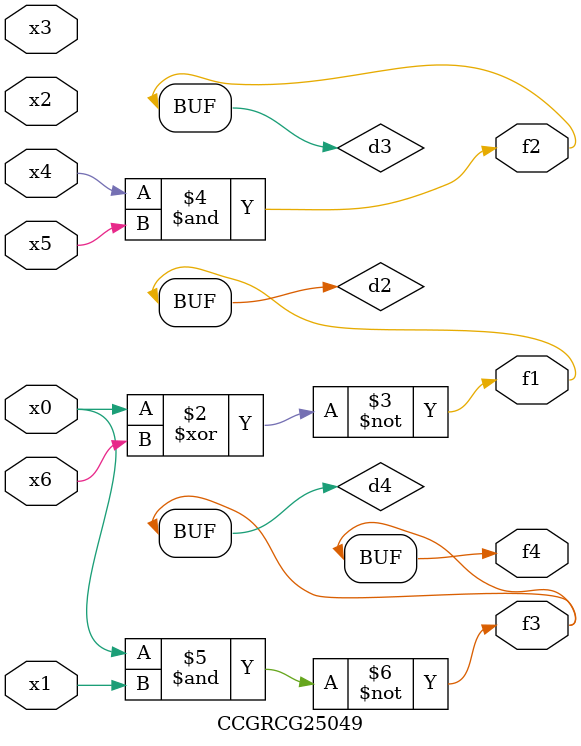
<source format=v>
module CCGRCG25049(
	input x0, x1, x2, x3, x4, x5, x6,
	output f1, f2, f3, f4
);

	wire d1, d2, d3, d4;

	nor (d1, x0);
	xnor (d2, x0, x6);
	and (d3, x4, x5);
	nand (d4, x0, x1);
	assign f1 = d2;
	assign f2 = d3;
	assign f3 = d4;
	assign f4 = d4;
endmodule

</source>
